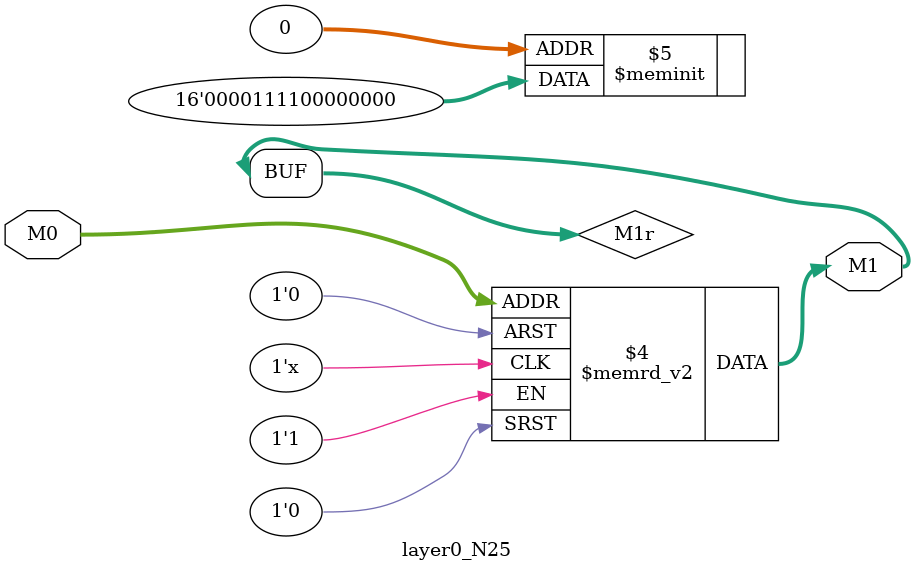
<source format=v>
module layer0_N25 ( input [2:0] M0, output [1:0] M1 );

	(*rom_style = "distributed" *) reg [1:0] M1r;
	assign M1 = M1r;
	always @ (M0) begin
		case (M0)
			3'b000: M1r = 2'b00;
			3'b100: M1r = 2'b11;
			3'b010: M1r = 2'b00;
			3'b110: M1r = 2'b00;
			3'b001: M1r = 2'b00;
			3'b101: M1r = 2'b11;
			3'b011: M1r = 2'b00;
			3'b111: M1r = 2'b00;

		endcase
	end
endmodule

</source>
